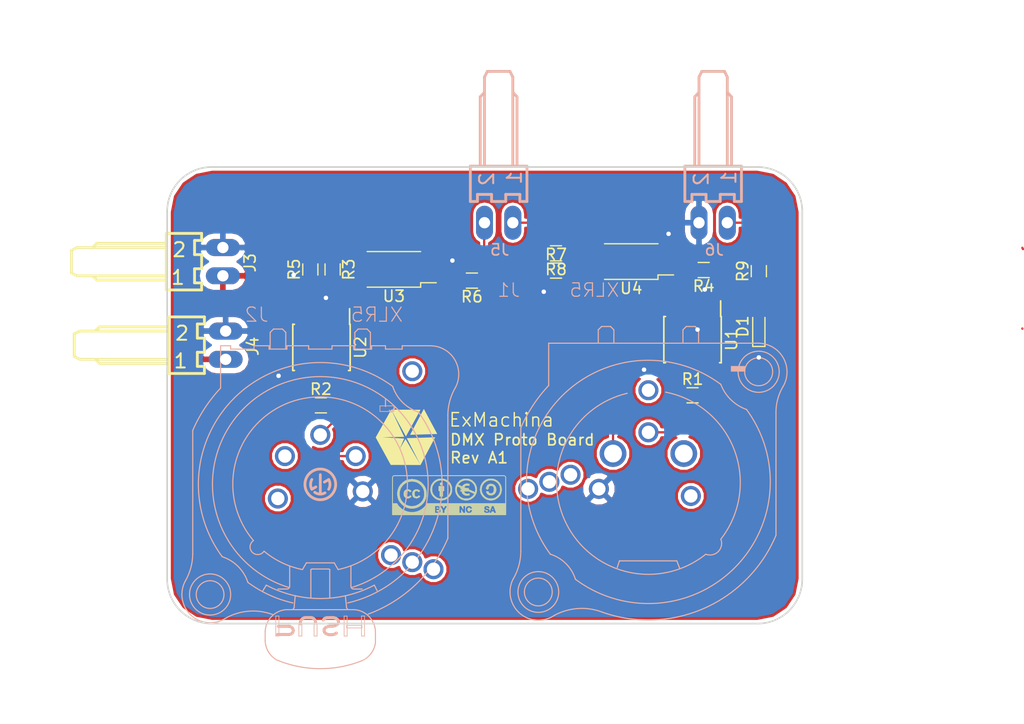
<source format=kicad_pcb>
(kicad_pcb (version 4) (host pcbnew 4.0.6)
  (layers (0 F.Cu signal) (31 B.Cu signal) (34 B.Paste user) (35 F.Paste user) (36 B.SilkS user) (37 F.SilkS user) (38 B.Mask user) (39 F.Mask user) (44 Edge.Cuts user))
  (net 0 "")
  (net 1 "Net-(J1-Pad4)")
  (net 2 "Net-(J1-Pad5)")
  (net 3 DMX_IN_B)
  (net 4 DMX_IN_A)
  (net 5 GND)
  (net 6 "Net-(J2-Pad4)")
  (net 7 "Net-(J2-Pad5)")
  (net 8 DMX_OUT_B)
  (net 9 DMX_OUT_A)
  (net 10 +5V)
  (net 11 +3V3)
  (net 12 DMX_MCU_RX)
  (net 13 DMX_MCU_TX)
  (net 14 "Net-(R3-Pad1)")
  (net 15 DMX_TX)
  (net 16 DMX_RX)
  (net 17 "Net-(R4-Pad2)")
  (net 18 "Net-(R6-Pad2)")
  (net 19 "Net-(R7-Pad2)")
  (net 20 "Net-(D1-Pad2)")
  (net 21 LED_SIGNAL)
  (module conn_Molex:7395-02 (layer B.Cu) (at 149 65)
    (fp_text reference J6 (at 0.09906 2.4384) (layer B.SilkS) (effects (justify mirror)))
    (fp_text value CONN_01X02_MALE)
    (fp_text user 1 (at 1.41986 -4.03606 90) (layer B.SilkS) (effects (font (size 1.27 1.27) (thickness 0.1778)) (justify mirror)))
    (fp_text user 2 (at -1.0668 -3.90906 90) (layer B.SilkS) (effects (font (size 1.27 1.27) (thickness 0.1778)) (justify mirror)))
    (pad 1 thru_hole oval (at 1.27 0 180) (size 1.524 3.048) (drill 1.016) (layers *.Cu *.Paste *.Mask) (net 21 LED_SIGNAL))
    (pad 2 thru_hole oval (at -1.27 0 180) (size 1.524 3.048) (drill 1.016) (layers *.Cu *.Paste *.Mask) (net 5 GND))
  )
  (module conn_Molex:7395-02 (layer B.Cu) (at 129.75 65)
    (fp_text reference J5 (at 0.09906 2.4384) (layer B.SilkS) (effects (justify mirror)))
    (fp_text value CONN_01X02_MALE)
    (fp_text user 1 (at 1.41986 -4.03606 90) (layer B.SilkS) (effects (font (size 1.27 1.27) (thickness 0.1778)) (justify mirror)))
    (fp_text user 2 (at -1.0668 -3.90906 90) (layer B.SilkS) (effects (font (size 1.27 1.27) (thickness 0.1778)) (justify mirror)))
    (pad 1 thru_hole oval (at 1.27 0 180) (size 1.524 3.048) (drill 1.016) (layers *.Cu *.Paste *.Mask) (net 12 DMX_MCU_RX))
    (pad 2 thru_hole oval (at -1.27 0 180) (size 1.524 3.048) (drill 1.016) (layers *.Cu *.Paste *.Mask) (net 13 DMX_MCU_TX))
  )
  (module Neutrix:NC5MAV-SW (layer B.Cu) (at 143.19 88.27)
    (fp_text reference J1 (at -11.43 -16.51) (layer B.SilkS) (effects (font (size 1.2065 1.2065) (thickness 0.1016)) (justify left bottom mirror)))
    (fp_text value XLR5 (at -2.54 -16.51) (layer B.SilkS) (effects (font (size 1.2065 1.2065) (thickness 0.1016)) (justify left bottom mirror)))
    (pad 1 thru_hole circle (at -4.445 0.635) (size 1.8 1.8) (drill 1.2) (layers *.Cu *.Mask) (net 5 GND))
    (pad 2 thru_hole circle (at -3.175 -2.54) (size 2.4 2.4) (drill 1.6) (layers *.Cu *.Mask) (net 4 DMX_IN_A))
    (pad 3 thru_hole circle (at 0 -4.445) (size 1.8 1.8) (drill 1.2) (layers *.Cu *.Mask) (net 3 DMX_IN_B))
    (pad 4 thru_hole circle (at 3.175 -2.54) (size 2.4 2.4) (drill 1.6) (layers *.Cu *.Mask) (net 1 "Net-(J1-Pad4)"))
    (pad 5 thru_hole circle (at 3.81 1.27) (size 1.8 1.8) (drill 1.2) (layers *.Cu *.Mask) (net 2 "Net-(J1-Pad5)"))
    (pad G thru_hole circle (at 0 -8.225) (size 1.8 1.8) (drill 1.2) (layers *.Cu *.Mask))
    (pad N thru_hole circle (at -8.89 0) (size 1.8 1.8) (drill 1.2) (layers *.Cu *.Mask))
    (pad NC thru_hole circle (at -6.985 -0.635) (size 1.8 1.8) (drill 1.2) (layers *.Cu *.Mask))
    (pad NO thru_hole circle (at -10.795 0.635) (size 1.8 1.8) (drill 1.2) (layers *.Cu *.Mask))
  )
  (module Neutrix:NC5FAV-SW (layer B.Cu) (at 113.745 88.5)
    (fp_text reference J2 (at -5.715 -15.24) (layer B.SilkS) (effects (font (size 1.27 1.27) (thickness 0.1016)) (justify mirror)))
    (fp_text value XLR5 (at 5.08 -15.24) (layer B.SilkS) (effects (font (size 1.27 1.27) (thickness 0.1016)) (justify mirror)))
    (pad 1 thru_hole circle (at 3.81 0.635) (size 1.79832 1.79832) (drill 1.19888) (layers *.Cu *.Paste *.Mask) (net 5 GND))
    (pad 2 thru_hole circle (at 3.175 -2.54) (size 1.79832 1.79832) (drill 1.19888) (layers *.Cu *.Paste *.Mask) (net 9 DMX_OUT_A))
    (pad 3 thru_hole circle (at 0 -4.445) (size 1.79832 1.79832) (drill 1.19888) (layers *.Cu *.Paste *.Mask) (net 8 DMX_OUT_B))
    (pad 4 thru_hole circle (at -3.175 -2.54) (size 1.79832 1.79832) (drill 1.19888) (layers *.Cu *.Paste *.Mask) (net 6 "Net-(J2-Pad4)"))
    (pad 5 thru_hole circle (at -3.81 1.27) (size 1.79832 1.79832) (drill 1.19888) (layers *.Cu *.Paste *.Mask) (net 7 "Net-(J2-Pad5)"))
    (pad G thru_hole circle (at 8.255 -10.16) (size 1.79832 1.79832) (drill 1.19888) (layers *.Cu *.Paste *.Mask))
    (pad N thru_hole circle (at 8.255 6.985) (size 1.79832 1.79832) (drill 1.19888) (layers *.Cu *.Paste *.Mask))
    (pad NC thru_hole circle (at 6.35 6.35) (size 1.79832 1.79832) (drill 1.19888) (layers *.Cu *.Paste *.Mask))
    (pad NO thru_hole circle (at 10.16 7.62) (size 1.79832 1.79832) (drill 1.19888) (layers *.Cu *.Paste *.Mask))
  )
  (module Housings_SSOP:SOP-4_4.4x2.8mm_Pitch1.27mm (layer F.Cu) (at 141.65 68.5 180)
    (fp_text reference U4 (at 0 -2.4 180) (layer F.SilkS))
    (fp_text value TCMT1600)
    (pad 1 smd rect (at -3.15 -0.64 180) (size 1.3 0.8) (layers F.Cu F.Paste F.Mask) (net 17 "Net-(R4-Pad2)"))
    (pad 2 smd rect (at -3.15 0.64 180) (size 1.3 0.8) (layers F.Cu F.Paste F.Mask) (net 5 GND))
    (pad 3 smd rect (at 3.15 0.64 180) (size 1.3 0.8) (layers F.Cu F.Paste F.Mask) (net 19 "Net-(R7-Pad2)"))
    (pad 4 smd rect (at 3.15 -0.64 180) (size 1.3 0.8) (layers F.Cu F.Paste F.Mask) (net 11 +3V3))
  )
  (module conn_Molex:7395-02 (layer F.Cu) (at 105.25 76 270)
    (fp_text reference J4 (at 0.09906 -2.4384 270) (layer F.SilkS))
    (fp_text value CONN_01X02_MALE)
    (fp_text user 1 (at 1.41986 4.03606 540) (layer F.SilkS) (effects (font (size 1.27 1.27) (thickness 0.1778))))
    (fp_text user 2 (at -1.0668 3.90906 540) (layer F.SilkS) (effects (font (size 1.27 1.27) (thickness 0.1778))))
    (pad 1 thru_hole oval (at 1.27 0 90) (size 1.524 3.048) (drill 1.016) (layers *.Cu *.Paste *.Mask) (net 11 +3V3))
    (pad 2 thru_hole oval (at -1.27 0 90) (size 1.524 3.048) (drill 1.016) (layers *.Cu *.Paste *.Mask) (net 5 GND))
  )
  (module Housings_SOIC:SOIC-8_3.9x4.9mm_Pitch1.27mm (layer F.Cu) (at 113.85 76.2 270)
    (fp_text reference U2 (at 0 -3.5 270) (layer F.SilkS))
    (fp_text value MAX481)
    (pad 1 smd rect (at -2.7 -1.905 270) (size 1.55 0.6) (layers F.Cu F.Paste F.Mask) (net 15 DMX_TX))
    (pad 2 smd rect (at -2.7 -0.635 270) (size 1.55 0.6) (layers F.Cu F.Paste F.Mask) (net 5 GND))
    (pad 3 smd rect (at -2.7 0.635 270) (size 1.55 0.6) (layers F.Cu F.Paste F.Mask) (net 10 +5V))
    (pad 4 smd rect (at -2.7 1.905 270) (size 1.55 0.6) (layers F.Cu F.Paste F.Mask) (net 16 DMX_RX))
    (pad 5 smd rect (at 2.7 1.905 270) (size 1.55 0.6) (layers F.Cu F.Paste F.Mask) (net 5 GND))
    (pad 6 smd rect (at 2.7 0.635 270) (size 1.55 0.6) (layers F.Cu F.Paste F.Mask) (net 9 DMX_OUT_A))
    (pad 7 smd rect (at 2.7 -0.635 270) (size 1.55 0.6) (layers F.Cu F.Paste F.Mask) (net 8 DMX_OUT_B))
    (pad 8 smd rect (at 2.7 -1.905 270) (size 1.55 0.6) (layers F.Cu F.Paste F.Mask) (net 10 +5V))
  )
  (module conn_Molex:7395-02 (layer F.Cu) (at 105 68.5 270)
    (fp_text reference J3 (at 0.09906 -2.4384 270) (layer F.SilkS))
    (fp_text value CONN_01X02_MALE)
    (fp_text user 1 (at 1.41986 4.03606 540) (layer F.SilkS) (effects (font (size 1.27 1.27) (thickness 0.1778))))
    (fp_text user 2 (at -1.0668 3.90906 540) (layer F.SilkS) (effects (font (size 1.27 1.27) (thickness 0.1778))))
    (pad 1 thru_hole oval (at 1.27 0 90) (size 1.524 3.048) (drill 1.016) (layers *.Cu *.Paste *.Mask) (net 10 +5V))
    (pad 2 thru_hole oval (at -1.27 0 90) (size 1.524 3.048) (drill 1.016) (layers *.Cu *.Paste *.Mask) (net 5 GND))
  )
  (module Resistors_SMD:R_0603_HandSoldering (layer F.Cu) (at 147.15 80.5)
    (fp_text reference R1 (at 0 -1.45) (layer F.SilkS))
    (fp_text value 120)
    (pad 1 smd rect (at -1.1 0) (size 1.2 0.9) (layers F.Cu F.Paste F.Mask) (net 4 DMX_IN_A))
    (pad 2 smd rect (at 1.1 0) (size 1.2 0.9) (layers F.Cu F.Paste F.Mask) (net 3 DMX_IN_B))
  )
  (module Resistors_SMD:R_0603_HandSoldering (layer F.Cu) (at 113.8 81.4)
    (fp_text reference R2 (at 0 -1.45) (layer F.SilkS))
    (fp_text value 120)
    (pad 1 smd rect (at -1.1 0) (size 1.2 0.9) (layers F.Cu F.Paste F.Mask) (net 9 DMX_OUT_A))
    (pad 2 smd rect (at 1.1 0) (size 1.2 0.9) (layers F.Cu F.Paste F.Mask) (net 8 DMX_OUT_B))
  )
  (module Resistors_SMD:R_0603_HandSoldering (layer F.Cu) (at 114.85 69.2 270)
    (fp_text reference R3 (at 0 -1.45 270) (layer F.SilkS))
    (fp_text value 1K)
    (pad 1 smd rect (at -1.1 0 270) (size 1.2 0.9) (layers F.Cu F.Paste F.Mask) (net 14 "Net-(R3-Pad1)"))
    (pad 2 smd rect (at 1.1 0 270) (size 1.2 0.9) (layers F.Cu F.Paste F.Mask) (net 15 DMX_TX))
  )
  (module Resistors_SMD:R_0603_HandSoldering (layer F.Cu) (at 148.15 69.25 180)
    (fp_text reference R4 (at 0 -1.45 180) (layer F.SilkS))
    (fp_text value 1K)
    (pad 1 smd rect (at -1.1 0 180) (size 1.2 0.9) (layers F.Cu F.Paste F.Mask) (net 16 DMX_RX))
    (pad 2 smd rect (at 1.1 0 180) (size 1.2 0.9) (layers F.Cu F.Paste F.Mask) (net 17 "Net-(R4-Pad2)"))
  )
  (module Resistors_SMD:R_0603_HandSoldering (layer F.Cu) (at 112.85 69.2 90)
    (fp_text reference R5 (at 0 -1.45 90) (layer F.SilkS))
    (fp_text value 4K7)
    (pad 1 smd rect (at -1.1 0 90) (size 1.2 0.9) (layers F.Cu F.Paste F.Mask) (net 5 GND))
    (pad 2 smd rect (at 1.1 0 90) (size 1.2 0.9) (layers F.Cu F.Paste F.Mask) (net 14 "Net-(R3-Pad1)"))
  )
  (module Resistors_SMD:R_0603_HandSoldering (layer F.Cu) (at 127.35 70.2 180)
    (fp_text reference R6 (at 0 -1.45 180) (layer F.SilkS))
    (fp_text value 1K)
    (pad 1 smd rect (at -1.1 0 180) (size 1.2 0.9) (layers F.Cu F.Paste F.Mask) (net 13 DMX_MCU_TX))
    (pad 2 smd rect (at 1.1 0 180) (size 1.2 0.9) (layers F.Cu F.Paste F.Mask) (net 18 "Net-(R6-Pad2)"))
  )
  (module Resistors_SMD:R_0603_HandSoldering (layer F.Cu) (at 134.9 69.3)
    (fp_text reference R7 (at 0 -1.45) (layer F.SilkS))
    (fp_text value 4K7)
    (pad 1 smd rect (at -1.1 0) (size 1.2 0.9) (layers F.Cu F.Paste F.Mask) (net 5 GND))
    (pad 2 smd rect (at 1.1 0) (size 1.2 0.9) (layers F.Cu F.Paste F.Mask) (net 19 "Net-(R7-Pad2)"))
  )
  (module Resistors_SMD:R_0603_HandSoldering (layer F.Cu) (at 134.9 67.75 180)
    (fp_text reference R8 (at 0 -1.45 180) (layer F.SilkS))
    (fp_text value 1K)
    (pad 1 smd rect (at -1.1 0 180) (size 1.2 0.9) (layers F.Cu F.Paste F.Mask) (net 19 "Net-(R7-Pad2)"))
    (pad 2 smd rect (at 1.1 0 180) (size 1.2 0.9) (layers F.Cu F.Paste F.Mask) (net 12 DMX_MCU_RX))
  )
  (module Housings_SOIC:SOIC-8_3.9x4.9mm_Pitch1.27mm (layer F.Cu) (at 147.15 75.5 270)
    (fp_text reference U1 (at 0 -3.5 270) (layer F.SilkS))
    (fp_text value MAX481)
    (pad 1 smd rect (at -2.7 -1.905 270) (size 1.55 0.6) (layers F.Cu F.Paste F.Mask) (net 16 DMX_RX))
    (pad 2 smd rect (at -2.7 -0.635 270) (size 1.55 0.6) (layers F.Cu F.Paste F.Mask) (net 5 GND))
    (pad 3 smd rect (at -2.7 0.635 270) (size 1.55 0.6) (layers F.Cu F.Paste F.Mask) (net 10 +5V))
    (pad 4 smd rect (at -2.7 1.905 270) (size 1.55 0.6) (layers F.Cu F.Paste F.Mask) (net 15 DMX_TX))
    (pad 5 smd rect (at 2.7 1.905 270) (size 1.55 0.6) (layers F.Cu F.Paste F.Mask) (net 5 GND))
    (pad 6 smd rect (at 2.7 0.635 270) (size 1.55 0.6) (layers F.Cu F.Paste F.Mask) (net 4 DMX_IN_A))
    (pad 7 smd rect (at 2.7 -0.635 270) (size 1.55 0.6) (layers F.Cu F.Paste F.Mask) (net 3 DMX_IN_B))
    (pad 8 smd rect (at 2.7 -1.905 270) (size 1.55 0.6) (layers F.Cu F.Paste F.Mask) (net 10 +5V))
  )
  (module Housings_SSOP:SOP-4_4.4x2.8mm_Pitch1.27mm (layer F.Cu) (at 120.35 69.2 180)
    (fp_text reference U3 (at 0 -2.4 180) (layer F.SilkS))
    (fp_text value TCMT1600)
    (pad 1 smd rect (at -3.15 -0.64 180) (size 1.3 0.8) (layers F.Cu F.Paste F.Mask) (net 18 "Net-(R6-Pad2)"))
    (pad 2 smd rect (at -3.15 0.64 180) (size 1.3 0.8) (layers F.Cu F.Paste F.Mask) (net 5 GND))
    (pad 3 smd rect (at 3.15 0.64 180) (size 1.3 0.8) (layers F.Cu F.Paste F.Mask) (net 14 "Net-(R3-Pad1)"))
    (pad 4 smd rect (at 3.15 -0.64 180) (size 1.3 0.8) (layers F.Cu F.Paste F.Mask) (net 10 +5V))
  )
  (module LEDs:LED_0603_HandSoldering (layer F.Cu) (at 153.1 74.309999 90)
    (fp_text reference D1 (at 0 -1.45 90) (layer F.SilkS))
    (fp_text value LED)
    (pad 1 smd rect (at -1.1 0 90) (size 1.2 0.9) (layers F.Cu F.Paste F.Mask) (net 5 GND))
    (pad 2 smd rect (at 1.1 0 90) (size 1.2 0.9) (layers F.Cu F.Paste F.Mask) (net 20 "Net-(D1-Pad2)"))
  )
  (module Resistors_SMD:R_0603_HandSoldering (layer F.Cu) (at 153.1 69.349999 90)
    (fp_text reference R9 (at 0 -1.45 90) (layer F.SilkS))
    (fp_text value 4K7)
    (pad 1 smd rect (at -1.1 0 90) (size 1.2 0.9) (layers F.Cu F.Paste F.Mask) (net 20 "Net-(D1-Pad2)"))
    (pad 2 smd rect (at 1.1 0 90) (size 1.2 0.9) (layers F.Cu F.Paste F.Mask) (net 21 LED_SIGNAL))
  )
  (module Logo:EXM-LOGO-BASELINE (layer F.Cu) (at 121.4 84.3)
    (fp_text reference T3 hide)
    (fp_text value EXMACHINA-LOGO-NAME hide)
    (fp_text user ExMachina (at 3.81 -0.889 180) (layer F.SilkS) (effects (font (size 1.2065 1.2065) (thickness 0.127)) (justify left bottom)))
  )
  (module Logo:CC-BY-NC-SA (layer F.Cu) (at 125.3 89.5)
    (fp_text reference S? hide)
    (fp_text value CC-BY-NC-SA hide)
  )
  (gr_text "DMX Proto Board\nRev A1" (at 125.3 85.3) (layer F.SilkS) (effects (font (size 1 1)) (justify left)))
  (gr_line (start 104 101) (end 153 101) (angle 90) (layer Edge.Cuts) (width 0.15))
  (gr_arc (start 104 97) (end 104 101) (angle 90) (layer Edge.Cuts) (width 0.15))
  (gr_arc (start 153 97) (end 157 97) (angle 90) (layer Edge.Cuts) (width 0.15))
  (gr_arc (start 153 64) (end 153 60) (angle 90) (layer Edge.Cuts) (width 0.15))
  (gr_arc (start 104 64) (end 100 64) (angle 90) (layer Edge.Cuts) (width 0.15))
  (gr_line (start 100 64) (end 100 97) (angle 90) (layer Edge.Cuts) (width 0.15))
  (gr_line (start 157 64) (end 157 97) (angle 90) (layer Edge.Cuts) (width 0.15))
  (gr_line (start 104 60) (end 153 60) (angle 90) (layer Edge.Cuts) (width 0.15))
  (segment (start 176.75 74.5) (end 176.75 74.52) (width 0.2) (layer F.Cu) (net 0))
  (segment (start 176.8 67.37) (end 176.75 67.25) (width 0.2) (layer F.Cu) (net 0))
  (segment (start 146.675 83.825) (end 148.25 82.25) (width 0.2) (layer F.Cu) (net 3))
  (segment (start 148.25 82.25) (end 148.25 80.5) (width 0.2) (layer F.Cu) (net 3))
  (segment (start 143.19 83.825) (end 146.675 83.825) (width 0.2) (layer F.Cu) (net 3))
  (segment (start 148.25 80.5) (end 148.2 80.6) (width 0.2) (layer F.Cu) (net 3))
  (segment (start 148.25 80.5) (end 148.15 80.5) (width 0.2) (layer F.Cu) (net 3))
  (segment (start 148.25 80.5) (end 148.25 79.85) (width 0.2) (layer F.Cu) (net 3))
  (segment (start 148.25 79.85) (end 147.785 79.385) (width 0.2) (layer F.Cu) (net 3))
  (segment (start 147.785 79.385) (end 147.785 79.175) (width 0.2) (layer F.Cu) (net 3))
  (segment (start 147.785 79.175) (end 147.785 78.2) (width 0.2) (layer F.Cu) (net 3))
  (segment (start 140.015 85.73) (end 140.015 84.032944) (width 0.2) (layer F.Cu) (net 4))
  (segment (start 140.015 84.032944) (end 142.047944 82) (width 0.2) (layer F.Cu) (net 4))
  (segment (start 142.047944 82) (end 145.5 82) (width 0.2) (layer F.Cu) (net 4))
  (segment (start 145.5 82) (end 146.05 81.45) (width 0.2) (layer F.Cu) (net 4))
  (segment (start 146.05 81.45) (end 146.05 80.5) (width 0.2) (layer F.Cu) (net 4))
  (segment (start 146.05 80.5) (end 146 80.6) (width 0.2) (layer F.Cu) (net 4))
  (segment (start 140 85.8) (end 140.015 85.73) (width 0.2) (layer F.Cu) (net 4))
  (segment (start 146.05 80.5) (end 146.15 80.5) (width 0.2) (layer F.Cu) (net 4))
  (segment (start 146.05 80.5) (end 146.05 79.85) (width 0.2) (layer F.Cu) (net 4))
  (segment (start 146.05 79.85) (end 146.515 79.385) (width 0.2) (layer F.Cu) (net 4))
  (segment (start 146.515 79.385) (end 146.515 79.175) (width 0.2) (layer F.Cu) (net 4))
  (segment (start 146.515 79.175) (end 146.515 78.2) (width 0.2) (layer F.Cu) (net 4))
  (via (at 153.1 77.1) (size 0.6) (drill 0.4) (layers F.Cu B.Cu) (net 5))
  (segment (start 153.1 75.409999) (end 153.1 77.1) (width 0.5) (layer F.Cu) (net 5))
  (segment (start 147.785 72.8) (end 147.75 72.75) (width 0.2) (layer F.Cu) (net 5))
  (segment (start 147.75 72.75) (end 148.25 72.25) (width 0.2) (layer F.Cu) (net 5))
  (segment (start 148.25 72.25) (end 148.25 71) (width 0.2) (layer F.Cu) (net 5))
  (via (at 148.25 71) (size 0.5) (layers F.Cu B.Cu) (net 5))
  (segment (start 114.485 71.985) (end 114.25 71.75) (width 0.5) (layer F.Cu) (net 5))
  (segment (start 114.485 73.5) (end 114.485 71.985) (width 0.5) (layer F.Cu) (net 5))
  (via (at 114.25 71.75) (size 0.6) (drill 0.4) (layers F.Cu B.Cu) (net 5))
  (segment (start 111.945 78.9) (end 110.15 78.9) (width 0.5) (layer F.Cu) (net 5))
  (via (at 110 78.75) (size 0.6) (drill 0.4) (layers F.Cu B.Cu) (net 5))
  (segment (start 110.15 78.9) (end 110 78.75) (width 0.5) (layer F.Cu) (net 5))
  (segment (start 144.8 67.86) (end 144.8 66.2) (width 0.5) (layer F.Cu) (net 5))
  (via (at 145 66) (size 0.6) (drill 0.4) (layers F.Cu B.Cu) (net 5))
  (segment (start 144.8 66.2) (end 145 66) (width 0.5) (layer F.Cu) (net 5))
  (segment (start 125.440006 68.56) (end 125.6 68.400006) (width 0.5) (layer F.Cu) (net 5))
  (segment (start 123.5 68.56) (end 125.440006 68.56) (width 0.5) (layer F.Cu) (net 5))
  (via (at 125.6 68.400006) (size 0.6) (drill 0.4) (layers F.Cu B.Cu) (net 5))
  (segment (start 112.85 70.3) (end 111.95 70.3) (width 0.5) (layer F.Cu) (net 5))
  (segment (start 111.95 70.3) (end 111.35 69.7) (width 0.5) (layer F.Cu) (net 5))
  (via (at 111.35 69.7) (size 0.6) (drill 0.4) (layers F.Cu B.Cu) (net 5))
  (segment (start 147.785 72.8) (end 147.9 72.75) (width 0.2) (layer F.Cu) (net 5))
  (segment (start 133.8 69.3) (end 133.8 71.2) (width 0.5) (layer F.Cu) (net 5))
  (via (at 133.8 71.2) (size 0.6) (drill 0.4) (layers F.Cu B.Cu) (net 5))
  (segment (start 147.785 72.8) (end 147.785 74.415) (width 0.5) (layer F.Cu) (net 5))
  (via (at 147.6 74.6) (size 0.6) (drill 0.4) (layers F.Cu B.Cu) (net 5))
  (segment (start 147.785 74.415) (end 147.6 74.6) (width 0.5) (layer F.Cu) (net 5))
  (segment (start 145.245 78.2) (end 142.8 78.2) (width 0.5) (layer F.Cu) (net 5))
  (via (at 142.8 78.2) (size 0.6) (drill 0.4) (layers F.Cu B.Cu) (net 5))
  (segment (start 114.9 81.4) (end 114.9 82.9) (width 0.2) (layer F.Cu) (net 8))
  (segment (start 114.9 82.9) (end 113.745 84.055) (width 0.2) (layer F.Cu) (net 8))
  (segment (start 114.485 78.9) (end 114.485 80.985) (width 0.2) (layer F.Cu) (net 8))
  (segment (start 114.485 80.985) (end 114.9 81.4) (width 0.2) (layer F.Cu) (net 8))
  (segment (start 113.745 84.055) (end 113.8 84) (width 0.2) (layer F.Cu) (net 8))
  (segment (start 113.21 85.96) (end 116.92 85.96) (width 0.2) (layer F.Cu) (net 9))
  (segment (start 111.5 84.25) (end 113.21 85.96) (width 0.2) (layer F.Cu) (net 9))
  (segment (start 111.5 81.8) (end 111.5 84.25) (width 0.2) (layer F.Cu) (net 9))
  (segment (start 112.7 81.4) (end 111.9 81.4) (width 0.2) (layer F.Cu) (net 9))
  (segment (start 111.9 81.4) (end 111.5 81.8) (width 0.2) (layer F.Cu) (net 9))
  (segment (start 113.215 78.9) (end 113.215 80.885) (width 0.2) (layer F.Cu) (net 9))
  (segment (start 113.215 80.885) (end 112.7 81.4) (width 0.2) (layer F.Cu) (net 9))
  (segment (start 116.92 85.96) (end 117 86) (width 0.2) (layer F.Cu) (net 9))
  (segment (start 113.215 73.5) (end 113.1 73.45) (width 0.2) (layer F.Cu) (net 10))
  (segment (start 117.2 69.84) (end 117.2 69.8) (width 0.2) (layer F.Cu) (net 10))
  (segment (start 146.6 72.8) (end 146.515 72.8) (width 0.2) (layer F.Cu) (net 10))
  (segment (start 105 69.75) (end 105 69.77) (width 0.2) (layer F.Cu) (net 10))
  (segment (start 149.055 78.2) (end 149.15 78.25) (width 0.2) (layer F.Cu) (net 10))
  (segment (start 105.25 77.27) (end 103.226 77.27) (width 0.5) (layer F.Cu) (net 11))
  (segment (start 139.65 69.14) (end 138.5 69.14) (width 0.5) (layer F.Cu) (net 11))
  (segment (start 103.226 77.27) (end 102.5 76.544) (width 0.5) (layer F.Cu) (net 11))
  (segment (start 140.75 63.75) (end 140.75 68.04) (width 0.5) (layer F.Cu) (net 11))
  (segment (start 102.5 76.544) (end 102.5 65.5) (width 0.5) (layer F.Cu) (net 11))
  (segment (start 138.75 61.75) (end 140.75 63.75) (width 0.5) (layer F.Cu) (net 11))
  (segment (start 102.5 65.5) (end 106.25 61.75) (width 0.5) (layer F.Cu) (net 11))
  (segment (start 106.25 61.75) (end 138.75 61.75) (width 0.5) (layer F.Cu) (net 11))
  (segment (start 140.75 68.04) (end 139.65 69.14) (width 0.5) (layer F.Cu) (net 11))
  (segment (start 138.5 69.14) (end 139 69) (width 0.5) (layer F.Cu) (net 11))
  (segment (start 105.25 77.25) (end 105.25 77.27) (width 0.5) (layer F.Cu) (net 11))
  (segment (start 104.5 77.25) (end 105.25 77.25) (width 0.5) (layer F.Cu) (net 11))
  (segment (start 138.5 69.14) (end 138.4 69.25) (width 0.5) (layer F.Cu) (net 11))
  (segment (start 138.5 69.14) (end 138.4 69.25) (width 0.2) (layer F.Cu) (net 11))
  (segment (start 104.5 77.25) (end 105.25 77.25) (width 0.2) (layer F.Cu) (net 11))
  (segment (start 105.25 77.25) (end 105.25 77.27) (width 0.2) (layer F.Cu) (net 11))
  (segment (start 133.8 65.8) (end 133 65) (width 0.2) (layer F.Cu) (net 12))
  (segment (start 133 65) (end 131.02 65) (width 0.2) (layer F.Cu) (net 12))
  (segment (start 133.8 67.75) (end 133.8 65.8) (width 0.2) (layer F.Cu) (net 12))
  (segment (start 128.45 70.2) (end 128.45 65.03) (width 0.2) (layer F.Cu) (net 13))
  (segment (start 128.45 65.03) (end 128.48 65) (width 0.2) (layer F.Cu) (net 13))
  (segment (start 114.85 68.1) (end 116.74 68.1) (width 0.2) (layer F.Cu) (net 14))
  (segment (start 116.74 68.1) (end 117.2 68.56) (width 0.2) (layer F.Cu) (net 14))
  (segment (start 112.85 68.1) (end 114.85 68.1) (width 0.2) (layer F.Cu) (net 14))
  (segment (start 114.85 68.1) (end 114.85 68.1) (width 0.2) (layer F.Cu) (net 14))
  (segment (start 112.85 68.1) (end 114.85 68.1) (width 0.2) (layer F.Cu) (net 14))
  (segment (start 114.85 70.3) (end 114.85 70.6) (width 0.2) (layer F.Cu) (net 15))
  (segment (start 114.85 70.6) (end 115.755 71.505) (width 0.2) (layer F.Cu) (net 15))
  (segment (start 115.755 71.505) (end 115.755 72.525) (width 0.2) (layer F.Cu) (net 15))
  (segment (start 115.755 72.525) (end 115.755 73.5) (width 0.2) (layer F.Cu) (net 15))
  (segment (start 115.755 73.5) (end 144.545 73.5) (width 0.2) (layer F.Cu) (net 15))
  (segment (start 144.545 73.5) (end 145.245 72.8) (width 0.2) (layer F.Cu) (net 15))
  (segment (start 115.755 73.5) (end 115.85 73.45) (width 0.2) (layer F.Cu) (net 15))
  (segment (start 111.945 73.5) (end 111.945 75.695) (width 0.2) (layer F.Cu) (net 16))
  (segment (start 111.945 75.695) (end 112.45 76.2) (width 0.2) (layer F.Cu) (net 16))
  (segment (start 112.45 76.2) (end 148.2 76.2) (width 0.2) (layer F.Cu) (net 16))
  (segment (start 148.2 76.2) (end 149.055 75.345) (width 0.2) (layer F.Cu) (net 16))
  (segment (start 149.055 75.345) (end 149.055 72.8) (width 0.2) (layer F.Cu) (net 16))
  (segment (start 111.945 73.5) (end 112 74) (width 0.5) (layer F.Cu) (net 16))
  (segment (start 149.055 72.8) (end 149.055 69.445) (width 0.2) (layer F.Cu) (net 16))
  (segment (start 149.055 69.445) (end 149.25 69.25) (width 0.2) (layer F.Cu) (net 16))
  (segment (start 147.05 69.25) (end 144.91 69.25) (width 0.2) (layer F.Cu) (net 17))
  (segment (start 144.91 69.25) (end 144.8 69.14) (width 0.2) (layer F.Cu) (net 17))
  (segment (start 123.5 69.84) (end 124.35 69.84) (width 0.2) (layer F.Cu) (net 18))
  (segment (start 124.71 70.2) (end 126.25 70.2) (width 0.2) (layer F.Cu) (net 18))
  (segment (start 124.35 69.84) (end 124.71 70.2) (width 0.2) (layer F.Cu) (net 18))
  (segment (start 136 69.3) (end 136 67.75) (width 0.2) (layer F.Cu) (net 19))
  (segment (start 136 67.75) (end 136.11 67.86) (width 0.2) (layer F.Cu) (net 19))
  (segment (start 136.11 67.86) (end 138.5 67.86) (width 0.2) (layer F.Cu) (net 19))
  (segment (start 153.1 73.209999) (end 153 73.25) (width 0.2) (layer F.Cu) (net 20))
  (segment (start 153 73.25) (end 153 70.5) (width 0.2) (layer F.Cu) (net 20))
  (segment (start 153 70.5) (end 153.1 70.449999) (width 0.2) (layer F.Cu) (net 20))
  (segment (start 150.27 65) (end 151.8 65) (width 0.2) (layer F.Cu) (net 21))
  (segment (start 151.8 65) (end 153.1 66.3) (width 0.2) (layer F.Cu) (net 21))
  (segment (start 153.1 66.3) (end 153.1 67.449999) (width 0.2) (layer F.Cu) (net 21))
  (segment (start 153.1 67.449999) (end 153.1 68.249999) (width 0.2) (layer F.Cu) (net 21))
  (zone (net 5) (net_name GND) (layer B.Cu) (connect_pads (clearance 0.508)) (min_thickness 0.254) (fill yes (arc_segments 16) (thermal_gap 0.508) (thermal_bridge_width 0.508) (smoothing fillet))
    (polygon (pts (xy 165 105) (xy 90 105) (xy 90 50) (xy 165 50)))
  )
  (zone (net 10) (net_name +5V) (layer F.Cu) (connect_pads (clearance 0.254)) (min_thickness 0.254) (fill yes (mode segment) (arc_segments 16) (thermal_gap 0.508) (thermal_bridge_width 0.508))
    (polygon (pts (xy 170 110) (xy 85 110) (xy 85 45) (xy 170 45)))
  )
)
</source>
